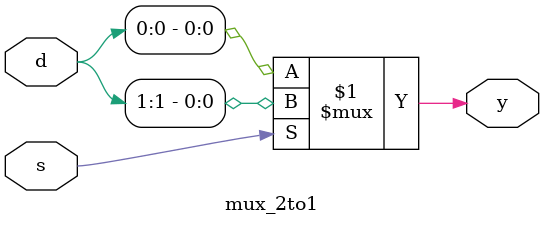
<source format=v>
`timescale 1ns / 1ps


module mux_2to1(
    input [1:0] d,
    input s,
    output y
    );
    assign y=(s)?d[1]:d[0];
endmodule

</source>
